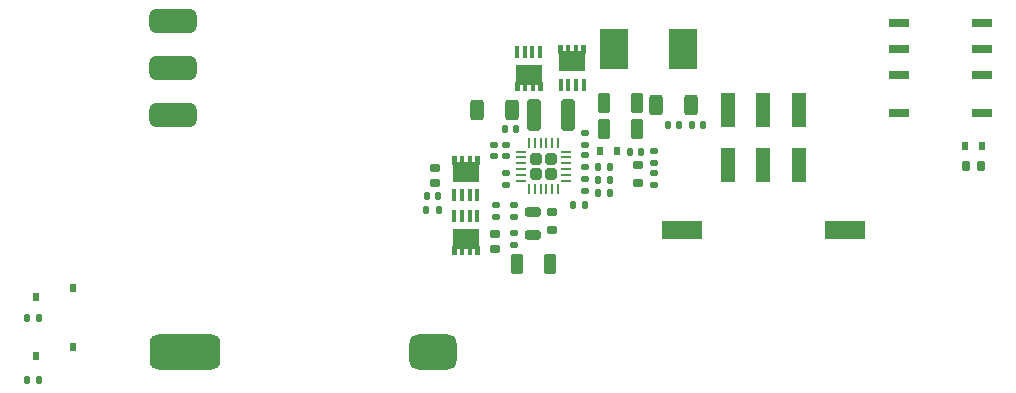
<source format=gtp>
%TF.GenerationSoftware,KiCad,Pcbnew,(6.0.11)*%
%TF.CreationDate,2023-07-06T01:04:48-04:00*%
%TF.ProjectId,RP_CHG_r01,52505f43-4847-45f7-9230-312e6b696361,rev?*%
%TF.SameCoordinates,Original*%
%TF.FileFunction,Paste,Top*%
%TF.FilePolarity,Positive*%
%FSLAX46Y46*%
G04 Gerber Fmt 4.6, Leading zero omitted, Abs format (unit mm)*
G04 Created by KiCad (PCBNEW (6.0.11)) date 2023-07-06 01:04:48*
%MOMM*%
%LPD*%
G01*
G04 APERTURE LIST*
G04 Aperture macros list*
%AMRoundRect*
0 Rectangle with rounded corners*
0 $1 Rounding radius*
0 $2 $3 $4 $5 $6 $7 $8 $9 X,Y pos of 4 corners*
0 Add a 4 corners polygon primitive as box body*
4,1,4,$2,$3,$4,$5,$6,$7,$8,$9,$2,$3,0*
0 Add four circle primitives for the rounded corners*
1,1,$1+$1,$2,$3*
1,1,$1+$1,$4,$5*
1,1,$1+$1,$6,$7*
1,1,$1+$1,$8,$9*
0 Add four rect primitives between the rounded corners*
20,1,$1+$1,$2,$3,$4,$5,0*
20,1,$1+$1,$4,$5,$6,$7,0*
20,1,$1+$1,$6,$7,$8,$9,0*
20,1,$1+$1,$8,$9,$2,$3,0*%
%AMFreePoly0*
4,1,21,1.372500,0.787500,0.862500,0.787500,0.862500,0.532500,1.372500,0.532500,1.372500,0.127500,0.862500,0.127500,0.862500,-0.127500,1.372500,-0.127500,1.372500,-0.532500,0.862500,-0.532500,0.862500,-0.787500,1.372500,-0.787500,1.372500,-1.195000,0.612500,-1.195000,0.612500,-1.117500,-0.862500,-1.117500,-0.862500,1.117500,0.612500,1.117500,0.612500,1.195000,1.372500,1.195000,
1.372500,0.787500,1.372500,0.787500,$1*%
G04 Aperture macros list end*
%ADD10RoundRect,0.250000X-0.255000X-0.255000X0.255000X-0.255000X0.255000X0.255000X-0.255000X0.255000X0*%
%ADD11RoundRect,0.062500X-0.375000X-0.062500X0.375000X-0.062500X0.375000X0.062500X-0.375000X0.062500X0*%
%ADD12RoundRect,0.062500X-0.062500X-0.375000X0.062500X-0.375000X0.062500X0.375000X-0.062500X0.375000X0*%
%ADD13RoundRect,0.750000X-1.250000X-0.750000X1.250000X-0.750000X1.250000X0.750000X-1.250000X0.750000X0*%
%ADD14RoundRect,0.750000X-2.250000X-0.750000X2.250000X-0.750000X2.250000X0.750000X-2.250000X0.750000X0*%
%ADD15RoundRect,0.500000X1.500000X0.500000X-1.500000X0.500000X-1.500000X-0.500000X1.500000X-0.500000X0*%
%ADD16RoundRect,0.135000X0.185000X-0.135000X0.185000X0.135000X-0.185000X0.135000X-0.185000X-0.135000X0*%
%ADD17RoundRect,0.150000X0.150000X0.300000X-0.150000X0.300000X-0.150000X-0.300000X0.150000X-0.300000X0*%
%ADD18RoundRect,0.135000X0.135000X0.185000X-0.135000X0.185000X-0.135000X-0.185000X0.135000X-0.185000X0*%
%ADD19R,1.800000X0.800000*%
%ADD20R,0.600000X0.700000*%
%ADD21R,0.500000X0.700000*%
%ADD22R,1.270000X2.920000*%
%ADD23R,3.430000X1.650000*%
%ADD24FreePoly0,90.000000*%
%ADD25R,0.405000X0.990000*%
%ADD26RoundRect,0.250000X0.312500X0.625000X-0.312500X0.625000X-0.312500X-0.625000X0.312500X-0.625000X0*%
%ADD27RoundRect,0.217391X-0.282609X-0.657609X0.282609X-0.657609X0.282609X0.657609X-0.282609X0.657609X0*%
%ADD28RoundRect,0.140000X-0.170000X0.140000X-0.170000X-0.140000X0.170000X-0.140000X0.170000X0.140000X0*%
%ADD29RoundRect,0.140000X0.140000X0.170000X-0.140000X0.170000X-0.140000X-0.170000X0.140000X-0.170000X0*%
%ADD30RoundRect,0.200000X-0.475000X0.200000X-0.475000X-0.200000X0.475000X-0.200000X0.475000X0.200000X0*%
%ADD31RoundRect,0.217391X0.282609X0.657609X-0.282609X0.657609X-0.282609X-0.657609X0.282609X-0.657609X0*%
%ADD32RoundRect,0.140000X0.170000X-0.140000X0.170000X0.140000X-0.170000X0.140000X-0.170000X-0.140000X0*%
%ADD33RoundRect,0.175000X-0.275000X0.175000X-0.275000X-0.175000X0.275000X-0.175000X0.275000X0.175000X0*%
%ADD34RoundRect,0.250000X-0.325000X-1.100000X0.325000X-1.100000X0.325000X1.100000X-0.325000X1.100000X0*%
%ADD35RoundRect,0.135000X-0.135000X-0.185000X0.135000X-0.185000X0.135000X0.185000X-0.135000X0.185000X0*%
%ADD36R,2.413000X3.429000*%
%ADD37RoundRect,0.150000X-0.300000X0.150000X-0.300000X-0.150000X0.300000X-0.150000X0.300000X0.150000X0*%
%ADD38RoundRect,0.140000X-0.140000X-0.170000X0.140000X-0.170000X0.140000X0.170000X-0.140000X0.170000X0*%
%ADD39RoundRect,0.135000X-0.185000X0.135000X-0.185000X-0.135000X0.185000X-0.135000X0.185000X0.135000X0*%
%ADD40FreePoly0,270.000000*%
%ADD41RoundRect,0.250000X-0.312500X-0.625000X0.312500X-0.625000X0.312500X0.625000X-0.312500X0.625000X0*%
%ADD42RoundRect,0.150000X0.300000X-0.150000X0.300000X0.150000X-0.300000X0.150000X-0.300000X-0.150000X0*%
G04 APERTURE END LIST*
D10*
%TO.C,U1*%
X80832500Y-61920000D03*
X80832500Y-60670000D03*
X82082500Y-60670000D03*
X82082500Y-61920000D03*
D11*
X79520000Y-60045000D03*
X79520000Y-60545000D03*
X79520000Y-61045000D03*
X79520000Y-61545000D03*
X79520000Y-62045000D03*
X79520000Y-62545000D03*
D12*
X80207500Y-63232500D03*
X80707500Y-63232500D03*
X81207500Y-63232500D03*
X81707500Y-63232500D03*
X82207500Y-63232500D03*
X82707500Y-63232500D03*
D11*
X83395000Y-62545000D03*
X83395000Y-62045000D03*
X83395000Y-61545000D03*
X83395000Y-61045000D03*
X83395000Y-60545000D03*
X83395000Y-60045000D03*
D12*
X82707500Y-59357500D03*
X82207500Y-59357500D03*
X81707500Y-59357500D03*
X81207500Y-59357500D03*
X80707500Y-59357500D03*
X80207500Y-59357500D03*
%TD*%
D13*
%TO.C,J1*%
X72070000Y-76975000D03*
D14*
X51070000Y-76975000D03*
%TD*%
D15*
%TO.C,SW1*%
X50070000Y-56975000D03*
X50070000Y-52975000D03*
X50070000Y-48975000D03*
%TD*%
D16*
%TO.C,R12*%
X77470000Y-65585000D03*
X77470000Y-64565000D03*
%TD*%
D17*
%TO.C,R3*%
X118520000Y-61275000D03*
X117220000Y-61275000D03*
%TD*%
D18*
%TO.C,R2*%
X38780000Y-79375000D03*
X37760000Y-79375000D03*
%TD*%
%TO.C,R1*%
X38780000Y-74175000D03*
X37760000Y-74175000D03*
%TD*%
D19*
%TO.C,K1*%
X118570000Y-56775000D03*
X118570000Y-53575000D03*
X118570000Y-51375000D03*
X118570000Y-49175000D03*
X111570000Y-49175000D03*
X111570000Y-51375000D03*
X111570000Y-53575000D03*
X111570000Y-56775000D03*
%TD*%
D20*
%TO.C,D3*%
X118570000Y-59575000D03*
X117170000Y-59575000D03*
%TD*%
D21*
%TO.C,D2*%
X41620000Y-76600000D03*
X38520000Y-77350000D03*
%TD*%
%TO.C,D1*%
X41620000Y-71600000D03*
X38520000Y-72350000D03*
%TD*%
D22*
%TO.C,J2*%
X103070000Y-61190000D03*
X100070000Y-61190000D03*
X97070000Y-61190000D03*
X103070000Y-56560000D03*
X100070000Y-56560000D03*
X97070000Y-56560000D03*
D23*
X106955000Y-66660000D03*
X93185000Y-66660000D03*
%TD*%
D24*
%TO.C,Q4*%
X83893752Y-52410000D03*
D25*
X84883752Y-54402500D03*
X84223752Y-54402500D03*
X83563752Y-54402500D03*
X82903752Y-54402500D03*
%TD*%
D26*
%TO.C,R17*%
X75826250Y-56518750D03*
X78751250Y-56518750D03*
%TD*%
D18*
%TO.C,R8*%
X86060000Y-62475000D03*
X87080000Y-62475000D03*
%TD*%
D27*
%TO.C,C2*%
X81985909Y-69575000D03*
X79185909Y-69575000D03*
%TD*%
D16*
%TO.C,R4*%
X78982500Y-66952500D03*
X78982500Y-67972500D03*
%TD*%
%TO.C,R20*%
X90770000Y-61865000D03*
X90770000Y-62885000D03*
%TD*%
D24*
%TO.C,Q2*%
X74870000Y-61740000D03*
D25*
X75860000Y-63732500D03*
X75200000Y-63732500D03*
X74540000Y-63732500D03*
X73880000Y-63732500D03*
%TD*%
D18*
%TO.C,R10*%
X86060000Y-63575000D03*
X87080000Y-63575000D03*
%TD*%
D28*
%TO.C,C8*%
X78270000Y-60455000D03*
X78270000Y-59495000D03*
%TD*%
D29*
%TO.C,C6*%
X88790000Y-60075000D03*
X89750000Y-60075000D03*
%TD*%
D16*
%TO.C,R15*%
X78270000Y-61865000D03*
X78270000Y-62885000D03*
%TD*%
D30*
%TO.C,C4*%
X80607500Y-67082500D03*
X80607500Y-65182500D03*
%TD*%
D31*
%TO.C,C13*%
X86570000Y-58175000D03*
X89370000Y-58175000D03*
%TD*%
D16*
%TO.C,R5*%
X78982500Y-64552500D03*
X78982500Y-65572500D03*
%TD*%
D32*
%TO.C,C7*%
X84970000Y-58495000D03*
X84970000Y-59455000D03*
%TD*%
D29*
%TO.C,C3*%
X71577500Y-63775000D03*
X72537500Y-63775000D03*
%TD*%
D33*
%TO.C,C15*%
X89470000Y-62750000D03*
X89470000Y-61200000D03*
%TD*%
D32*
%TO.C,C5*%
X77270000Y-59495000D03*
X77270000Y-60455000D03*
%TD*%
D34*
%TO.C,C10*%
X83568752Y-56932500D03*
X80618752Y-56932500D03*
%TD*%
D35*
%TO.C,R11*%
X84980000Y-64575000D03*
X83960000Y-64575000D03*
%TD*%
D31*
%TO.C,C14*%
X86570000Y-55975000D03*
X89370000Y-55975000D03*
%TD*%
D36*
%TO.C,L1*%
X87449000Y-51375000D03*
X93291000Y-51375000D03*
%TD*%
D37*
%TO.C,R13*%
X77370000Y-68325000D03*
X77370000Y-67025000D03*
%TD*%
D16*
%TO.C,R19*%
X90770000Y-59965000D03*
X90770000Y-60985000D03*
%TD*%
D38*
%TO.C,C11*%
X93990000Y-57775000D03*
X94950000Y-57775000D03*
%TD*%
D18*
%TO.C,R14*%
X71547500Y-64975000D03*
X72567500Y-64975000D03*
%TD*%
D39*
%TO.C,R9*%
X84970000Y-63385000D03*
X84970000Y-62365000D03*
%TD*%
D33*
%TO.C,C1*%
X82207500Y-66707500D03*
X82207500Y-65157500D03*
%TD*%
D40*
%TO.C,Q3*%
X80193752Y-53567500D03*
D25*
X79203752Y-51575000D03*
X79863752Y-51575000D03*
X80523752Y-51575000D03*
X81183752Y-51575000D03*
%TD*%
D41*
%TO.C,R18*%
X93932500Y-56075000D03*
X91007500Y-56075000D03*
%TD*%
D38*
%TO.C,C12*%
X92950000Y-57775000D03*
X91990000Y-57775000D03*
%TD*%
D40*
%TO.C,Q1*%
X74870000Y-67465000D03*
D25*
X73880000Y-65472500D03*
X74540000Y-65472500D03*
X75200000Y-65472500D03*
X75860000Y-65472500D03*
%TD*%
D18*
%TO.C,R6*%
X86060000Y-61375000D03*
X87080000Y-61375000D03*
%TD*%
D16*
%TO.C,R7*%
X84970000Y-60365000D03*
X84970000Y-61385000D03*
%TD*%
D29*
%TO.C,C9*%
X78190000Y-58175000D03*
X79150000Y-58175000D03*
%TD*%
D42*
%TO.C,R16*%
X72270000Y-61425000D03*
X72270000Y-62725000D03*
%TD*%
D20*
%TO.C,D4*%
X86270000Y-60032500D03*
X87670000Y-60032500D03*
%TD*%
M02*

</source>
